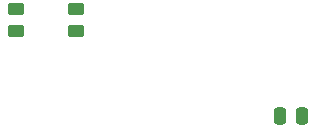
<source format=gtp>
G04 #@! TF.GenerationSoftware,KiCad,Pcbnew,(6.0.4)*
G04 #@! TF.CreationDate,2022-03-24T17:42:47+01:00*
G04 #@! TF.ProjectId,MT32pi-MiSTer,4d543332-7069-42d4-9d69-535465722e6b,rev?*
G04 #@! TF.SameCoordinates,Original*
G04 #@! TF.FileFunction,Paste,Top*
G04 #@! TF.FilePolarity,Positive*
%FSLAX46Y46*%
G04 Gerber Fmt 4.6, Leading zero omitted, Abs format (unit mm)*
G04 Created by KiCad (PCBNEW (6.0.4)) date 2022-03-24 17:42:47*
%MOMM*%
%LPD*%
G01*
G04 APERTURE LIST*
G04 Aperture macros list*
%AMRoundRect*
0 Rectangle with rounded corners*
0 $1 Rounding radius*
0 $2 $3 $4 $5 $6 $7 $8 $9 X,Y pos of 4 corners*
0 Add a 4 corners polygon primitive as box body*
4,1,4,$2,$3,$4,$5,$6,$7,$8,$9,$2,$3,0*
0 Add four circle primitives for the rounded corners*
1,1,$1+$1,$2,$3*
1,1,$1+$1,$4,$5*
1,1,$1+$1,$6,$7*
1,1,$1+$1,$8,$9*
0 Add four rect primitives between the rounded corners*
20,1,$1+$1,$2,$3,$4,$5,0*
20,1,$1+$1,$4,$5,$6,$7,0*
20,1,$1+$1,$6,$7,$8,$9,0*
20,1,$1+$1,$8,$9,$2,$3,0*%
G04 Aperture macros list end*
%ADD10RoundRect,0.250000X-0.450000X0.262500X-0.450000X-0.262500X0.450000X-0.262500X0.450000X0.262500X0*%
%ADD11RoundRect,0.250000X0.250000X0.475000X-0.250000X0.475000X-0.250000X-0.475000X0.250000X-0.475000X0*%
G04 APERTURE END LIST*
D10*
X94742000Y-58881000D03*
X94742000Y-60706000D03*
D11*
X119000000Y-67950000D03*
X117100000Y-67950000D03*
D10*
X99822000Y-58881000D03*
X99822000Y-60706000D03*
M02*

</source>
